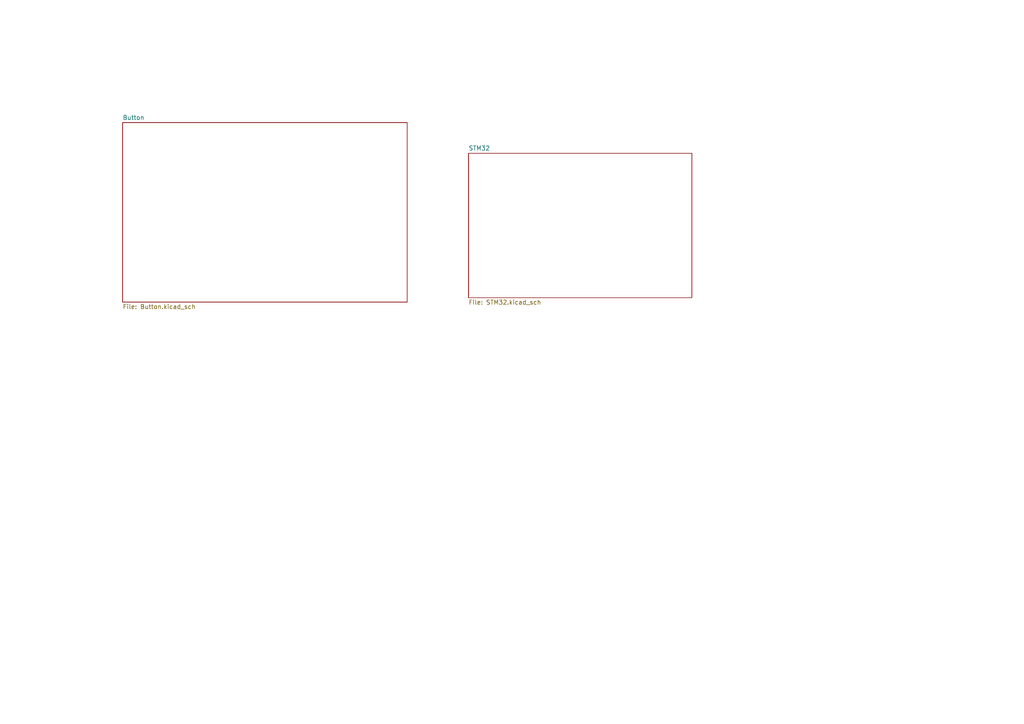
<source format=kicad_sch>
(kicad_sch (version 20230121) (generator eeschema)
  (paper "A4")
  (lib_symbols)
  (sheet (at 135.89 44.45) (size 64.77 41.91) (stroke (width 0.1524))
    (property "Sheetname" "STM32" (at 135.89 43.7384 0) (effects (justify left bottom)))
    (property "Sheetfile" "STM32.kicad_sch" (at 135.89 86.9446 0) (effects (justify left top)))
  )
  (sheet (at 35.56 35.56) (size 82.55 52.07) (stroke (width 0.1524))
    (property "Sheetname" "Button" (at 35.56 34.8484 0) (effects (justify left bottom)))
    (property "Sheetfile" "Button.kicad_sch" (at 35.56 88.2146 0) (effects (justify left top)))
  )
)
</source>
